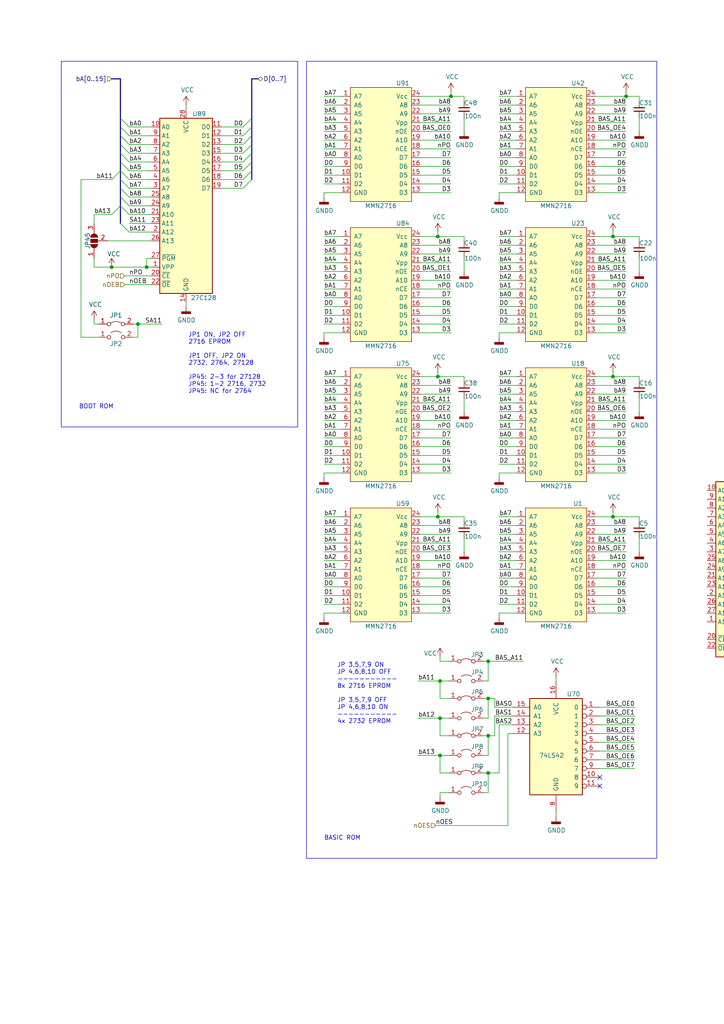
<source format=kicad_sch>
(kicad_sch (version 20230121) (generator eeschema)
  (paper "A4" portrait)
  (lib_symbols
    (symbol "74xx:74LS42" (pin_names (offset 1.016))
      (property "Reference" "U" (at -7.62 13.97 0))
      (property "Value" "74LS42" (at -7.62 -16.51 0))
      (symbol "74LS42_1_0"
        (pin output inverted (at 12.7 10.16 180) (length 5.08) (name "0") (number "1"))
        (pin output inverted (at 12.7 -10.16 180) (length 5.08) (name "8") (number "10"))
        (pin output inverted (at 12.7 -12.7 180) (length 5.08) (name "9") (number "11"))
        (pin input line (at -12.7 2.54 0) (length 5.08) (name "A3") (number "12"))
        (pin input line (at -12.7 5.08 0) (length 5.08) (name "A2") (number "13"))
        (pin input line (at -12.7 7.62 0) (length 5.08) (name "A1") (number "14"))
        (pin input line (at -12.7 10.16 0) (length 5.08) (name "A0") (number "15"))
        (pin power_in line (at 0 17.78 270) (length 5.08) (name "VCC") (number "16"))
        (pin output inverted (at 12.7 7.62 180) (length 5.08) (name "1") (number "2"))
        (pin output inverted (at 12.7 5.08 180) (length 5.08) (name "2") (number "3"))
        (pin output inverted (at 12.7 2.54 180) (length 5.08) (name "3") (number "4"))
        (pin output inverted (at 12.7 0 180) (length 5.08) (name "4") (number "5"))
        (pin output inverted (at 12.7 -2.54 180) (length 5.08) (name "5") (number "6"))
        (pin output inverted (at 12.7 -5.08 180) (length 5.08) (name "6") (number "7"))
        (pin power_in line (at 0 -20.32 90) (length 5.08) (name "GND") (number "8"))
        (pin output inverted (at 12.7 -7.62 180) (length 5.08) (name "7") (number "9"))
      )
    )
    (symbol "Device:C_Small" (pin_numbers hide) (pin_names (offset 0.254) hide)
      (property "Reference" "C" (at 0.254 1.778 0))
      (property "Value" "C_Small" (at 0.254 -2.032 0))
      (symbol "C_Small_1_1"
        (pin passive line (at 0 2.54 270) (length 2.032) (name "~") (number "1"))
        (pin passive line (at 0 -2.54 90) (length 2.032) (name "~") (number "2"))
      )
    )
    (symbol "Jumper:Jumper_2_Bridged" (pin_names (offset 0) hide)
      (property "Reference" "JP" (at 0 1.905 0))
      (property "Value" "Jumper_2_Bridged" (at 0 -2.54 0))
      (symbol "Jumper_2_Bridged_1_1"
        (pin passive line (at -5.08 0 0) (length 2.54) (name "A") (number "1"))
        (pin passive line (at 5.08 0 180) (length 2.54) (name "B") (number "2"))
      )
    )
    (symbol "Jumper:Jumper_2_Open" (pin_names (offset 0) hide)
      (property "Reference" "JP" (at 0 2.794 0))
      (property "Value" "Jumper_2_Open" (at 0 -2.286 0))
      (symbol "Jumper_2_Open_1_1"
        (pin passive line (at -5.08 0 0) (length 2.54) (name "A") (number "1"))
        (pin passive line (at 5.08 0 180) (length 2.54) (name "B") (number "2"))
      )
    )
    (symbol "Jumper:SolderJumper_3_Open" (pin_names (offset 0) hide)
      (property "Reference" "JP" (at -2.54 -2.54 0))
      (property "Value" "SolderJumper_3_Open" (at 0 2.794 0))
      (symbol "SolderJumper_3_Open_1_1"
        (pin passive line (at -5.08 0 0) (length 2.54) (name "A") (number "1"))
        (pin passive line (at 0 -3.81 90) (length 2.54) (name "C") (number "2"))
        (pin passive line (at 5.08 0 180) (length 2.54) (name "B") (number "3"))
      )
    )
    (symbol "Memory_EPROM:27C128"
      (property "Reference" "U" (at -7.62 26.67 0))
      (property "Value" "27C128" (at 2.54 -26.67 0))
      (symbol "27C128_1_1"
        (pin input line (at -10.16 -17.78 0) (length 2.54) (name "VPP") (number "1"))
        (pin input line (at -10.16 22.86 0) (length 2.54) (name "A0") (number "10"))
        (pin tri_state line (at 10.16 22.86 180) (length 2.54) (name "D0") (number "11"))
        (pin tri_state line (at 10.16 20.32 180) (length 2.54) (name "D1") (number "12"))
        (pin tri_state line (at 10.16 17.78 180) (length 2.54) (name "D2") (number "13"))
        (pin power_in line (at 0 -27.94 90) (length 2.54) (name "GND") (number "14"))
        (pin tri_state line (at 10.16 15.24 180) (length 2.54) (name "D3") (number "15"))
        (pin tri_state line (at 10.16 12.7 180) (length 2.54) (name "D4") (number "16"))
        (pin tri_state line (at 10.16 10.16 180) (length 2.54) (name "D5") (number "17"))
        (pin tri_state line (at 10.16 7.62 180) (length 2.54) (name "D6") (number "18"))
        (pin tri_state line (at 10.16 5.08 180) (length 2.54) (name "D7") (number "19"))
        (pin input line (at -10.16 -7.62 0) (length 2.54) (name "A12") (number "2"))
        (pin input line (at -10.16 -20.32 0) (length 2.54) (name "~{CE}") (number "20"))
        (pin input line (at -10.16 -2.54 0) (length 2.54) (name "A10") (number "21"))
        (pin input line (at -10.16 -22.86 0) (length 2.54) (name "~{OE}") (number "22"))
        (pin input line (at -10.16 -5.08 0) (length 2.54) (name "A11") (number "23"))
        (pin input line (at -10.16 0 0) (length 2.54) (name "A9") (number "24"))
        (pin input line (at -10.16 2.54 0) (length 2.54) (name "A8") (number "25"))
        (pin input line (at -10.16 -10.16 0) (length 2.54) (name "A13") (number "26"))
        (pin input line (at -10.16 -15.24 0) (length 2.54) (name "~{PGM}") (number "27"))
        (pin power_in line (at 0 27.94 270) (length 2.54) (name "VCC") (number "28"))
        (pin input line (at -10.16 5.08 0) (length 2.54) (name "A7") (number "3"))
        (pin input line (at -10.16 7.62 0) (length 2.54) (name "A6") (number "4"))
        (pin input line (at -10.16 10.16 0) (length 2.54) (name "A5") (number "5"))
        (pin input line (at -10.16 12.7 0) (length 2.54) (name "A4") (number "6"))
        (pin input line (at -10.16 15.24 0) (length 2.54) (name "A3") (number "7"))
        (pin input line (at -10.16 17.78 0) (length 2.54) (name "A2") (number "8"))
        (pin input line (at -10.16 20.32 0) (length 2.54) (name "A1") (number "9"))
      )
    )
    (symbol "Memory_EPROM:27C512"
      (property "Reference" "U" (at -7.62 26.67 0))
      (property "Value" "27C512" (at 2.54 -26.67 0))
      (symbol "27C512_1_1"
        (pin input line (at -10.16 -15.24 0) (length 2.54) (name "A15") (number "1"))
        (pin input line (at -10.16 22.86 0) (length 2.54) (name "A0") (number "10"))
        (pin tri_state line (at 10.16 22.86 180) (length 2.54) (name "D0") (number "11"))
        (pin tri_state line (at 10.16 20.32 180) (length 2.54) (name "D1") (number "12"))
        (pin tri_state line (at 10.16 17.78 180) (length 2.54) (name "D2") (number "13"))
        (pin power_in line (at 0 -27.94 90) (length 2.54) (name "GND") (number "14"))
        (pin tri_state line (at 10.16 15.24 180) (length 2.54) (name "D3") (number "15"))
        (pin tri_state line (at 10.16 12.7 180) (length 2.54) (name "D4") (number "16"))
        (pin tri_state line (at 10.16 10.16 180) (length 2.54) (name "D5") (number "17"))
        (pin tri_state line (at 10.16 7.62 180) (length 2.54) (name "D6") (number "18"))
        (pin tri_state line (at 10.16 5.08 180) (length 2.54) (name "D7") (number "19"))
        (pin input line (at -10.16 -7.62 0) (length 2.54) (name "A12") (number "2"))
        (pin input line (at -10.16 -20.32 0) (length 2.54) (name "~{CE}") (number "20"))
        (pin input line (at -10.16 -2.54 0) (length 2.54) (name "A10") (number "21"))
        (pin input line (at -10.16 -22.86 0) (length 2.54) (name "~{OE}") (number "22"))
        (pin input line (at -10.16 -5.08 0) (length 2.54) (name "A11") (number "23"))
        (pin input line (at -10.16 0 0) (length 2.54) (name "A9") (number "24"))
        (pin input line (at -10.16 2.54 0) (length 2.54) (name "A8") (number "25"))
        (pin input line (at -10.16 -10.16 0) (length 2.54) (name "A13") (number "26"))
        (pin input line (at -10.16 -12.7 0) (length 2.54) (name "A14") (number "27"))
        (pin power_in line (at 0 27.94 270) (length 2.54) (name "VCC") (number "28"))
        (pin input line (at -10.16 5.08 0) (length 2.54) (name "A7") (number "3"))
        (pin input line (at -10.16 7.62 0) (length 2.54) (name "A6") (number "4"))
        (pin input line (at -10.16 10.16 0) (length 2.54) (name "A5") (number "5"))
        (pin input line (at -10.16 12.7 0) (length 2.54) (name "A4") (number "6"))
        (pin input line (at -10.16 15.24 0) (length 2.54) (name "A3") (number "7"))
        (pin input line (at -10.16 17.78 0) (length 2.54) (name "A2") (number "8"))
        (pin input line (at -10.16 20.32 0) (length 2.54) (name "A1") (number "9"))
      )
    )
    (symbol "cobra_original:MMN2716" (pin_names (offset 1.016))
      (property "Reference" "U" (at 0 0 0))
      (property "Value" "MMN2716" (at 0 -2.54 0))
      (symbol "MMN2716_1_1"
        (pin input line (at -11.43 -6.35 0) (length 2.54) (name "A7") (number "1"))
        (pin bidirectional line (at -11.43 -29.21 0) (length 2.54) (name "D1") (number "10"))
        (pin bidirectional line (at -11.43 -31.75 0) (length 2.54) (name "D2") (number "11"))
        (pin passive line (at -11.43 -34.29 0) (length 2.54) (name "GND") (number "12"))
        (pin bidirectional line (at 11.43 -34.29 180) (length 2.54) (name "D3") (number "13"))
        (pin bidirectional line (at 11.43 -31.75 180) (length 2.54) (name "D4") (number "14"))
        (pin bidirectional line (at 11.43 -29.21 180) (length 2.54) (name "D5") (number "15"))
        (pin bidirectional line (at 11.43 -26.67 180) (length 2.54) (name "D6") (number "16"))
        (pin bidirectional line (at 11.43 -24.13 180) (length 2.54) (name "D7") (number "17"))
        (pin input line (at 11.43 -21.59 180) (length 2.54) (name "nCE") (number "18"))
        (pin input line (at 11.43 -19.05 180) (length 2.54) (name "A10") (number "19"))
        (pin input line (at -11.43 -8.89 0) (length 2.54) (name "A6") (number "2"))
        (pin input line (at 11.43 -16.51 180) (length 2.54) (name "nOE") (number "20"))
        (pin input line (at 11.43 -13.97 180) (length 2.54) (name "Vpp") (number "21"))
        (pin input line (at 11.43 -11.43 180) (length 2.54) (name "A9") (number "22"))
        (pin input line (at 11.43 -8.89 180) (length 2.54) (name "A8") (number "23"))
        (pin power_in line (at 11.43 -6.35 180) (length 2.54) (name "Vcc") (number "24"))
        (pin input line (at -11.43 -11.43 0) (length 2.54) (name "A5") (number "3"))
        (pin input line (at -11.43 -13.97 0) (length 2.54) (name "A4") (number "4"))
        (pin input line (at -11.43 -16.51 0) (length 2.54) (name "A3") (number "5"))
        (pin input line (at -11.43 -19.05 0) (length 2.54) (name "A2") (number "6"))
        (pin input line (at -11.43 -21.59 0) (length 2.54) (name "A1") (number "7"))
        (pin input line (at -11.43 -24.13 0) (length 2.54) (name "A0") (number "8"))
        (pin bidirectional line (at -11.43 -26.67 0) (length 2.54) (name "D0") (number "9"))
      )
    )
    (symbol "power:GNDD" (power) (pin_names (offset 0))
      (property "Value" "GNDD" (at 0 -3.175 0))
      (symbol "GNDD_1_1"
        (pin power_in line (at 0 0 270) (length 0) hide (name "GNDD") (number "1"))
      )
    )
    (symbol "power:VCC" (power) (pin_names (offset 0))
      (property "Value" "VCC" (at 0 3.81 0))
      (symbol "VCC_1_1"
        (pin power_in line (at 0 0 90) (length 0) hide (name "VCC") (number "1"))
      )
    )
  )
  (junction (at 177.8 149.86))
  (junction (at 32.385 77.47))
  (junction (at 127 149.86))
  (junction (at 127 109.22))
  (junction (at 127.635 219.075))
  (junction (at 141.605 202.565))
  (junction (at 141.605 213.36))
  (junction (at 127.635 208.28))
  (junction (at 42.545 77.47))
  (junction (at 127.635 197.485))
  (junction (at 40.005 93.98))
  (junction (at 130.81 27.94))
  (junction (at 177.8 109.22))
  (junction (at 177.8 68.58))
  (junction (at 141.605 191.77))
  (junction (at 127 68.58))
  (junction (at 141.605 224.155))
  (junction (at 181.61 27.94))
  (no_connect (at 173.99 227.965))
  (no_connect (at 173.99 225.425))
  (bus_entry (at 70.485 54.61) (size 2.54 -2.54))
  (bus_entry (at 34.925 52.07) (size 2.54 2.54))
  (bus_entry (at 34.925 57.15) (size 2.54 2.54))
  (bus_entry (at 34.925 46.99) (size 2.54 2.54))
  (bus_entry (at 70.485 39.37) (size 2.54 -2.54))
  (bus_entry (at 32.385 62.23) (size 2.54 -2.54))
  (bus_entry (at 34.925 64.77) (size 2.54 2.54))
  (bus_entry (at 34.925 44.45) (size 2.54 2.54))
  (bus_entry (at 34.925 54.61) (size 2.54 2.54))
  (bus_entry (at 70.485 36.83) (size 2.54 -2.54))
  (bus_entry (at 32.385 52.07) (size 2.54 -2.54))
  (bus_entry (at 70.485 46.99) (size 2.54 -2.54))
  (bus_entry (at 70.485 52.07) (size 2.54 -2.54))
  (bus_entry (at 34.925 59.69) (size 2.54 2.54))
  (bus_entry (at 70.485 44.45) (size 2.54 -2.54))
  (bus_entry (at 34.925 39.37) (size 2.54 2.54))
  (bus_entry (at 70.485 49.53) (size 2.54 -2.54))
  (bus_entry (at 70.485 41.91) (size 2.54 -2.54))
  (bus_entry (at 34.925 41.91) (size 2.54 2.54))
  (bus_entry (at 34.925 36.83) (size 2.54 2.54))
  (bus_entry (at 34.925 34.29) (size 2.54 2.54))
  (bus_entry (at 34.925 49.53) (size 2.54 2.54))
  (wire (pts (xy 172.72 53.34) (xy 181.61 53.34)))
  (wire (pts (xy 149.86 40.64) (xy 144.78 40.64)))
  (wire (pts (xy 181.61 111.76) (xy 172.72 111.76)))
  (wire (pts (xy 141.605 202.565) (xy 143.51 202.565)))
  (wire (pts (xy 181.61 172.72) (xy 172.72 172.72)))
  (wire (pts (xy 172.72 40.64) (xy 181.61 40.64)))
  (wire (pts (xy 185.42 109.22) (xy 185.42 110.49)))
  (bus (pts (xy 74.93 22.86) (xy 73.025 22.86)))
  (wire (pts (xy 130.81 86.36) (xy 121.92 86.36)))
  (wire (pts (xy 140.335 202.565) (xy 141.605 202.565)))
  (wire (pts (xy 181.61 93.98) (xy 172.72 93.98)))
  (wire (pts (xy 172.72 38.1) (xy 181.61 38.1)))
  (wire (pts (xy 144.78 138.43) (xy 144.78 137.16)))
  (wire (pts (xy 130.175 219.075) (xy 127.635 219.075)))
  (wire (pts (xy 181.61 170.18) (xy 172.72 170.18)))
  (wire (pts (xy 127.635 191.77) (xy 130.175 191.77)))
  (wire (pts (xy 149.86 116.84) (xy 144.78 116.84)))
  (wire (pts (xy 23.495 52.07) (xy 23.495 97.79)))
  (wire (pts (xy 149.86 121.92) (xy 144.78 121.92)))
  (wire (pts (xy 144.78 179.07) (xy 144.78 177.8)))
  (wire (pts (xy 149.86 73.66) (xy 144.78 73.66)))
  (wire (pts (xy 130.81 78.74) (xy 121.92 78.74)))
  (wire (pts (xy 177.8 149.86) (xy 185.42 149.86)))
  (bus (pts (xy 73.025 41.91) (xy 73.025 44.45)))
  (wire (pts (xy 134.62 27.94) (xy 130.81 27.94)))
  (wire (pts (xy 181.61 177.8) (xy 172.72 177.8)))
  (bus (pts (xy 34.925 54.61) (xy 34.925 52.07)))
  (bus (pts (xy 73.025 22.86) (xy 73.025 34.29)))
  (wire (pts (xy 130.81 93.98) (xy 121.92 93.98)))
  (wire (pts (xy 173.99 212.725) (xy 184.15 212.725)))
  (wire (pts (xy 99.06 73.66) (xy 93.98 73.66)))
  (bus (pts (xy 34.925 41.91) (xy 34.925 39.37)))
  (wire (pts (xy 149.86 149.86) (xy 144.78 149.86)))
  (wire (pts (xy 27.305 92.71) (xy 27.305 93.98)))
  (bus (pts (xy 73.025 46.99) (xy 73.025 49.53)))
  (wire (pts (xy 148.59 212.725) (xy 147.32 212.725)))
  (wire (pts (xy 185.42 156.21) (xy 185.42 160.02)))
  (wire (pts (xy 64.135 41.91) (xy 70.485 41.91)))
  (wire (pts (xy 93.98 138.43) (xy 93.98 137.16)))
  (wire (pts (xy 177.8 149.86) (xy 172.72 149.86)))
  (wire (pts (xy 99.06 91.44) (xy 93.98 91.44)))
  (wire (pts (xy 99.06 48.26) (xy 93.98 48.26)))
  (wire (pts (xy 127.635 202.565) (xy 130.175 202.565)))
  (wire (pts (xy 127.635 219.075) (xy 121.285 219.075)))
  (wire (pts (xy 99.06 121.92) (xy 93.98 121.92)))
  (wire (pts (xy 181.61 88.9) (xy 172.72 88.9)))
  (wire (pts (xy 149.86 165.1) (xy 144.78 165.1)))
  (wire (pts (xy 181.61 96.52) (xy 172.72 96.52)))
  (wire (pts (xy 64.135 36.83) (xy 70.485 36.83)))
  (wire (pts (xy 99.06 109.22) (xy 93.98 109.22)))
  (wire (pts (xy 130.81 27.94) (xy 130.81 26.67)))
  (wire (pts (xy 149.86 96.52) (xy 144.78 96.52)))
  (wire (pts (xy 99.06 83.82) (xy 93.98 83.82)))
  (wire (pts (xy 99.06 111.76) (xy 93.98 111.76)))
  (wire (pts (xy 99.06 27.94) (xy 93.98 27.94)))
  (wire (pts (xy 99.06 45.72) (xy 93.98 45.72)))
  (bus (pts (xy 73.025 44.45) (xy 73.025 46.99)))
  (wire (pts (xy 185.42 34.29) (xy 185.42 38.1)))
  (wire (pts (xy 127.635 208.28) (xy 127.635 213.36)))
  (wire (pts (xy 42.545 74.93) (xy 43.815 74.93)))
  (wire (pts (xy 130.175 197.485) (xy 127.635 197.485)))
  (wire (pts (xy 99.06 53.34) (xy 93.98 53.34)))
  (wire (pts (xy 181.61 154.94) (xy 172.72 154.94)))
  (wire (pts (xy 161.29 197.485) (xy 161.29 196.215)))
  (wire (pts (xy 140.335 229.87) (xy 141.605 229.87)))
  (wire (pts (xy 181.61 132.08) (xy 172.72 132.08)))
  (wire (pts (xy 99.06 134.62) (xy 93.98 134.62)))
  (wire (pts (xy 149.86 35.56) (xy 144.78 35.56)))
  (bus (pts (xy 34.925 39.37) (xy 34.925 36.83)))
  (wire (pts (xy 53.975 30.48) (xy 53.975 31.75)))
  (wire (pts (xy 177.8 109.22) (xy 172.72 109.22)))
  (wire (pts (xy 149.86 162.56) (xy 144.78 162.56)))
  (wire (pts (xy 99.06 177.8) (xy 93.98 177.8)))
  (wire (pts (xy 32.385 62.23) (xy 27.305 62.23)))
  (wire (pts (xy 31.115 69.85) (xy 43.815 69.85)))
  (wire (pts (xy 140.335 224.155) (xy 141.605 224.155)))
  (wire (pts (xy 149.86 93.98) (xy 144.78 93.98)))
  (wire (pts (xy 99.06 96.52) (xy 93.98 96.52)))
  (wire (pts (xy 173.99 222.885) (xy 184.15 222.885)))
  (wire (pts (xy 130.81 165.1) (xy 121.92 165.1)))
  (wire (pts (xy 130.81 71.12) (xy 121.92 71.12)))
  (wire (pts (xy 99.06 152.4) (xy 93.98 152.4)))
  (wire (pts (xy 149.86 152.4) (xy 144.78 152.4)))
  (wire (pts (xy 144.78 97.79) (xy 144.78 96.52)))
  (wire (pts (xy 38.735 93.98) (xy 40.005 93.98)))
  (wire (pts (xy 93.98 179.07) (xy 93.98 177.8)))
  (bus (pts (xy 34.925 36.83) (xy 34.925 34.29)))
  (wire (pts (xy 149.86 167.64) (xy 144.78 167.64)))
  (wire (pts (xy 173.99 207.645) (xy 184.15 207.645)))
  (wire (pts (xy 149.86 86.36) (xy 144.78 86.36)))
  (wire (pts (xy 99.06 50.8) (xy 93.98 50.8)))
  (wire (pts (xy 149.86 119.38) (xy 144.78 119.38)))
  (bus (pts (xy 34.925 44.45) (xy 34.925 41.91)))
  (wire (pts (xy 130.81 132.08) (xy 121.92 132.08)))
  (wire (pts (xy 121.92 27.94) (xy 130.81 27.94)))
  (wire (pts (xy 147.32 239.395) (xy 126.365 239.395)))
  (wire (pts (xy 99.06 175.26) (xy 93.98 175.26)))
  (wire (pts (xy 127.635 224.155) (xy 130.175 224.155)))
  (bus (pts (xy 34.925 52.07) (xy 34.925 49.53)))
  (wire (pts (xy 149.86 88.9) (xy 144.78 88.9)))
  (wire (pts (xy 32.385 52.07) (xy 23.495 52.07)))
  (wire (pts (xy 121.92 53.34) (xy 130.81 53.34)))
  (wire (pts (xy 181.61 116.84) (xy 172.72 116.84)))
  (wire (pts (xy 130.81 129.54) (xy 121.92 129.54)))
  (wire (pts (xy 99.06 167.64) (xy 93.98 167.64)))
  (wire (pts (xy 172.72 45.72) (xy 181.61 45.72)))
  (wire (pts (xy 181.61 73.66) (xy 172.72 73.66)))
  (wire (pts (xy 134.62 34.29) (xy 134.62 38.1)))
  (wire (pts (xy 149.86 91.44) (xy 144.78 91.44)))
  (wire (pts (xy 134.62 115.57) (xy 134.62 119.38)))
  (wire (pts (xy 99.06 93.98) (xy 93.98 93.98)))
  (wire (pts (xy 127 149.86) (xy 134.62 149.86)))
  (wire (pts (xy 64.135 44.45) (xy 70.485 44.45)))
  (wire (pts (xy 43.815 46.99) (xy 37.465 46.99)))
  (wire (pts (xy 181.61 83.82) (xy 172.72 83.82)))
  (wire (pts (xy 121.92 43.18) (xy 130.81 43.18)))
  (wire (pts (xy 121.92 30.48) (xy 130.81 30.48)))
  (wire (pts (xy 181.61 27.94) (xy 185.42 27.94)))
  (wire (pts (xy 149.86 55.88) (xy 144.78 55.88)))
  (wire (pts (xy 130.81 73.66) (xy 121.92 73.66)))
  (wire (pts (xy 177.8 109.22) (xy 177.8 107.95)))
  (wire (pts (xy 149.86 111.76) (xy 144.78 111.76)))
  (wire (pts (xy 134.62 74.93) (xy 134.62 78.74)))
  (wire (pts (xy 130.81 96.52) (xy 121.92 96.52)))
  (wire (pts (xy 127 68.58) (xy 134.62 68.58)))
  (wire (pts (xy 99.06 170.18) (xy 93.98 170.18)))
  (wire (pts (xy 99.06 149.86) (xy 93.98 149.86)))
  (wire (pts (xy 127.635 197.485) (xy 127.635 202.565)))
  (wire (pts (xy 23.495 97.79) (xy 28.575 97.79)))
  (wire (pts (xy 149.86 137.16) (xy 144.78 137.16)))
  (wire (pts (xy 181.61 121.92) (xy 172.72 121.92)))
  (wire (pts (xy 130.81 162.56) (xy 121.92 162.56)))
  (wire (pts (xy 130.175 208.28) (xy 127.635 208.28)))
  (wire (pts (xy 99.06 88.9) (xy 93.98 88.9)))
  (wire (pts (xy 43.815 67.31) (xy 37.465 67.31)))
  (wire (pts (xy 36.195 80.01) (xy 43.815 80.01)))
  (wire (pts (xy 181.61 124.46) (xy 172.72 124.46)))
  (wire (pts (xy 121.92 48.26) (xy 130.81 48.26)))
  (bus (pts (xy 34.925 49.53) (xy 34.925 46.99)))
  (wire (pts (xy 127 149.86) (xy 127 148.59)))
  (wire (pts (xy 130.81 152.4) (xy 121.92 152.4)))
  (wire (pts (xy 130.81 124.46) (xy 121.92 124.46)))
  (wire (pts (xy 40.005 97.79) (xy 40.005 93.98)))
  (wire (pts (xy 99.06 160.02) (xy 93.98 160.02)))
  (wire (pts (xy 99.06 76.2) (xy 93.98 76.2)))
  (wire (pts (xy 172.72 30.48) (xy 181.61 30.48)))
  (wire (pts (xy 172.72 48.26) (xy 181.61 48.26)))
  (wire (pts (xy 130.81 88.9) (xy 121.92 88.9)))
  (wire (pts (xy 127 109.22) (xy 121.92 109.22)))
  (wire (pts (xy 99.06 154.94) (xy 93.98 154.94)))
  (wire (pts (xy 185.42 74.93) (xy 185.42 78.74)))
  (wire (pts (xy 140.335 213.36) (xy 141.605 213.36)))
  (wire (pts (xy 99.06 38.1) (xy 93.98 38.1)))
  (wire (pts (xy 93.98 97.79) (xy 93.98 96.52)))
  (wire (pts (xy 149.86 129.54) (xy 144.78 129.54)))
  (wire (pts (xy 141.605 191.77) (xy 151.765 191.77)))
  (wire (pts (xy 181.61 175.26) (xy 172.72 175.26)))
  (wire (pts (xy 181.61 137.16) (xy 172.72 137.16)))
  (wire (pts (xy 43.815 59.69) (xy 37.465 59.69)))
  (wire (pts (xy 140.335 219.075) (xy 141.605 219.075)))
  (wire (pts (xy 181.61 114.3) (xy 172.72 114.3)))
  (wire (pts (xy 143.51 205.105) (xy 148.59 205.105)))
  (wire (pts (xy 149.86 154.94) (xy 144.78 154.94)))
  (bus (pts (xy 73.025 39.37) (xy 73.025 41.91)))
  (wire (pts (xy 149.86 81.28) (xy 144.78 81.28)))
  (wire (pts (xy 177.8 109.22) (xy 185.42 109.22)))
  (bus (pts (xy 34.925 46.99) (xy 34.925 44.45)))
  (wire (pts (xy 121.92 55.88) (xy 130.81 55.88)))
  (wire (pts (xy 149.86 170.18) (xy 144.78 170.18)))
  (wire (pts (xy 27.305 77.47) (xy 32.385 77.47)))
  (wire (pts (xy 127.635 219.075) (xy 127.635 224.155)))
  (wire (pts (xy 149.86 132.08) (xy 144.78 132.08)))
  (wire (pts (xy 149.86 172.72) (xy 144.78 172.72)))
  (wire (pts (xy 181.61 129.54) (xy 172.72 129.54)))
  (wire (pts (xy 130.81 81.28) (xy 121.92 81.28)))
  (wire (pts (xy 130.81 76.2) (xy 121.92 76.2)))
  (wire (pts (xy 37.465 64.77) (xy 43.815 64.77)))
  (wire (pts (xy 99.06 86.36) (xy 93.98 86.36)))
  (wire (pts (xy 147.32 212.725) (xy 147.32 239.395)))
  (wire (pts (xy 181.61 27.94) (xy 181.61 26.67)))
  (wire (pts (xy 149.86 71.12) (xy 144.78 71.12)))
  (wire (pts (xy 144.78 57.15) (xy 144.78 55.88)))
  (wire (pts (xy 127 68.58) (xy 127 67.31)))
  (wire (pts (xy 185.42 68.58) (xy 185.42 69.85)))
  (wire (pts (xy 43.815 57.15) (xy 37.465 57.15)))
  (wire (pts (xy 127.635 229.87) (xy 127.635 231.14)))
  (wire (pts (xy 149.86 114.3) (xy 144.78 114.3)))
  (wire (pts (xy 64.135 49.53) (xy 70.485 49.53)))
  (wire (pts (xy 130.81 175.26) (xy 121.92 175.26)))
  (wire (pts (xy 130.81 111.76) (xy 121.92 111.76)))
  (wire (pts (xy 121.92 45.72) (xy 130.81 45.72)))
  (wire (pts (xy 149.86 134.62) (xy 144.78 134.62)))
  (wire (pts (xy 181.61 119.38) (xy 172.72 119.38)))
  (wire (pts (xy 143.51 202.565) (xy 143.51 205.105)))
  (wire (pts (xy 141.605 224.155) (xy 144.78 224.155)))
  (wire (pts (xy 43.815 41.91) (xy 37.465 41.91)))
  (wire (pts (xy 99.06 129.54) (xy 93.98 129.54)))
  (wire (pts (xy 144.78 210.185) (xy 148.59 210.185)))
  (wire (pts (xy 134.62 149.86) (xy 134.62 151.13)))
  (wire (pts (xy 161.29 236.855) (xy 161.29 235.585)))
  (wire (pts (xy 141.605 191.77) (xy 140.335 191.77)))
  (wire (pts (xy 99.06 55.88) (xy 93.98 55.88)))
  (wire (pts (xy 149.86 160.02) (xy 144.78 160.02)))
  (wire (pts (xy 99.06 157.48) (xy 93.98 157.48)))
  (bus (pts (xy 73.025 49.53) (xy 73.025 52.07)))
  (wire (pts (xy 130.81 91.44) (xy 121.92 91.44)))
  (wire (pts (xy 36.195 82.55) (xy 43.815 82.55)))
  (wire (pts (xy 121.92 50.8) (xy 130.81 50.8)))
  (wire (pts (xy 121.92 35.56) (xy 130.81 35.56)))
  (wire (pts (xy 43.815 44.45) (xy 37.465 44.45)))
  (wire (pts (xy 149.86 33.02) (xy 144.78 33.02)))
  (wire (pts (xy 148.59 207.645) (xy 143.51 207.645)))
  (wire (pts (xy 149.86 177.8) (xy 144.78 177.8)))
  (wire (pts (xy 43.815 62.23) (xy 37.465 62.23)))
  (wire (pts (xy 130.81 119.38) (xy 121.92 119.38)))
  (wire (pts (xy 149.86 175.26) (xy 144.78 175.26)))
  (wire (pts (xy 149.86 83.82) (xy 144.78 83.82)))
  (wire (pts (xy 121.92 40.64) (xy 130.81 40.64)))
  (wire (pts (xy 42.545 77.47) (xy 43.815 77.47)))
  (wire (pts (xy 149.86 68.58) (xy 144.78 68.58)))
  (wire (pts (xy 27.305 62.23) (xy 27.305 64.77)))
  (wire (pts (xy 181.61 162.56) (xy 172.72 162.56)))
  (wire (pts (xy 130.81 167.64) (xy 121.92 167.64)))
  (wire (pts (xy 140.335 197.485) (xy 141.605 197.485)))
  (wire (pts (xy 181.61 78.74) (xy 172.72 78.74)))
  (wire (pts (xy 130.81 154.94) (xy 121.92 154.94)))
  (bus (pts (xy 73.025 34.29) (xy 73.025 36.83)))
  (bus (pts (xy 34.925 34.29) (xy 34.925 22.86)))
  (wire (pts (xy 181.61 91.44) (xy 172.72 91.44)))
  (wire (pts (xy 130.81 157.48) (xy 121.92 157.48)))
  (wire (pts (xy 130.81 177.8) (xy 121.92 177.8)))
  (wire (pts (xy 27.305 93.98) (xy 28.575 93.98)))
  (wire (pts (xy 149.86 53.34) (xy 144.78 53.34)))
  (wire (pts (xy 99.06 162.56) (xy 93.98 162.56)))
  (wire (pts (xy 134.62 68.58) (xy 134.62 69.85)))
  (wire (pts (xy 121.92 68.58) (xy 127 68.58)))
  (wire (pts (xy 43.815 36.83) (xy 37.465 36.83)))
  (wire (pts (xy 149.86 38.1) (xy 144.78 38.1)))
  (wire (pts (xy 149.86 48.26) (xy 144.78 48.26)))
  (wire (pts (xy 172.72 35.56) (xy 181.61 35.56)))
  (bus (pts (xy 34.925 64.77) (xy 34.925 59.69)))
  (wire (pts (xy 99.06 124.46) (xy 93.98 124.46)))
  (wire (pts (xy 64.135 52.07) (xy 70.485 52.07)))
  (wire (pts (xy 172.72 50.8) (xy 181.61 50.8)))
  (wire (pts (xy 99.06 81.28) (xy 93.98 81.28)))
  (wire (pts (xy 181.61 160.02) (xy 172.72 160.02)))
  (wire (pts (xy 141.605 208.28) (xy 141.605 202.565)))
  (wire (pts (xy 181.61 152.4) (xy 172.72 152.4)))
  (wire (pts (xy 130.81 116.84) (xy 121.92 116.84)))
  (wire (pts (xy 130.81 127) (xy 121.92 127)))
  (wire (pts (xy 127.635 213.36) (xy 130.175 213.36)))
  (wire (pts (xy 181.61 167.64) (xy 172.72 167.64)))
  (wire (pts (xy 141.605 213.36) (xy 143.51 213.36)))
  (wire (pts (xy 99.06 119.38) (xy 93.98 119.38)))
  (wire (pts (xy 99.06 35.56) (xy 93.98 35.56)))
  (wire (pts (xy 177.8 68.58) (xy 185.42 68.58)))
  (bus (pts (xy 34.925 57.15) (xy 34.925 54.61)))
  (wire (pts (xy 172.72 27.94) (xy 181.61 27.94)))
  (wire (pts (xy 130.81 137.16) (xy 121.92 137.16)))
  (wire (pts (xy 99.06 116.84) (xy 93.98 116.84)))
  (wire (pts (xy 141.605 229.87) (xy 141.605 224.155)))
  (wire (pts (xy 99.06 127) (xy 93.98 127)))
  (wire (pts (xy 185.42 27.94) (xy 185.42 29.21)))
  (wire (pts (xy 43.815 49.53) (xy 37.465 49.53)))
  (wire (pts (xy 181.61 165.1) (xy 172.72 165.1)))
  (wire (pts (xy 172.72 55.88) (xy 181.61 55.88)))
  (wire (pts (xy 43.815 39.37) (xy 37.465 39.37)))
  (wire (pts (xy 173.99 215.265) (xy 184.15 215.265)))
  (wire (pts (xy 134.62 109.22) (xy 134.62 110.49)))
  (wire (pts (xy 130.81 134.62) (xy 121.92 134.62)))
  (wire (pts (xy 185.42 149.86) (xy 185.42 151.13)))
  (wire (pts (xy 130.81 83.82) (xy 121.92 83.82)))
  (wire (pts (xy 121.92 33.02) (xy 130.81 33.02)))
  (wire (pts (xy 149.86 43.18) (xy 144.78 43.18)))
  (wire (pts (xy 149.86 127) (xy 144.78 127)))
  (wire (pts (xy 181.61 127) (xy 172.72 127)))
  (wire (pts (xy 99.06 172.72) (xy 93.98 172.72)))
  (wire (pts (xy 99.06 78.74) (xy 93.98 78.74)))
  (wire (pts (xy 127 149.86) (xy 121.92 149.86)))
  (wire (pts (xy 181.61 157.48) (xy 172.72 157.48)))
  (wire (pts (xy 130.81 172.72) (xy 121.92 172.72)))
  (bus (pts (xy 34.925 57.15) (xy 34.925 59.69)))
  (wire (pts (xy 181.61 134.62) (xy 172.72 134.62)))
  (wire (pts (xy 149.86 27.94) (xy 144.78 27.94)))
  (wire (pts (xy 127.635 190.5) (xy 127.635 191.77)))
  (wire (pts (xy 130.81 160.02) (xy 121.92 160.02)))
  (wire (pts (xy 173.99 220.345) (xy 184.15 220.345)))
  (wire (pts (xy 172.72 33.02) (xy 181.61 33.02)))
  (wire (pts (xy 40.005 93.98) (xy 46.99 93.98)))
  (wire (pts (xy 177.8 149.86) (xy 177.8 148.59)))
  (wire (pts (xy 42.545 74.93) (xy 42.545 77.47)))
  (wire (pts (xy 140.335 208.28) (xy 141.605 208.28)))
  (wire (pts (xy 181.61 86.36) (xy 172.72 86.36)))
  (wire (pts (xy 64.135 46.99) (xy 70.485 46.99)))
  (wire (pts (xy 173.99 210.185) (xy 184.15 210.185)))
  (wire (pts (xy 32.385 77.47) (xy 42.545 77.47)))
  (wire (pts (xy 181.61 71.12) (xy 172.72 71.12)))
  (wire (pts (xy 121.285 197.485) (xy 127.635 197.485)))
  (wire (pts (xy 99.06 68.58) (xy 93.98 68.58)))
  (wire (pts (xy 43.815 54.61) (xy 37.465 54.61)))
  (wire (pts (xy 149.86 50.8) (xy 144.78 50.8)))
  (wire (pts (xy 134.62 156.21) (xy 134.62 160.02)))
  (wire (pts (xy 134.62 27.94) (xy 134.62 29.21)))
  (wire (pts (xy 173.99 217.805) (xy 184.15 217.805)))
  (wire (pts (xy 27.305 74.93) (xy 27.305 77.47)))
  (wire (pts (xy 149.86 76.2) (xy 144.78 76.2)))
  (wire (pts (xy 144.78 224.155) (xy 144.78 210.185)))
  (wire (pts (xy 99.06 114.3) (xy 93.98 114.3)))
  (wire (pts (xy 130.81 114.3) (xy 121.92 114.3)))
  (wire (pts (xy 149.86 45.72) (xy 144.78 45.72)))
  (wire (pts (xy 149.86 109.22) (xy 144.78 109.22)))
  (wire (pts (xy 99.06 43.18) (xy 93.98 43.18)))
  (wire (pts (xy 99.06 30.48) (xy 93.98 30.48)))
  (wire (pts (xy 43.815 52.07) (xy 37.465 52.07)))
  (wire (pts (xy 149.86 78.74) (xy 144.78 78.74)))
  (wire (pts (xy 127 109.22) (xy 134.62 109.22)))
  (wire (pts (xy 185.42 115.57) (xy 185.42 119.38)))
  (wire (pts (xy 127 109.22) (xy 127 107.95)))
  (wire (pts (xy 99.06 40.64) (xy 93.98 40.64)))
  (wire (pts (xy 130.175 229.87) (xy 127.635 229.87)))
  (wire (pts (xy 99.06 33.02) (xy 93.98 33.02)))
  (wire (pts (xy 121.92 38.1) (xy 130.81 38.1)))
  (wire (pts (xy 53.975 88.9) (xy 53.975 87.63)))
  (wire (pts (xy 149.86 124.46) (xy 144.78 124.46)))
  (wire (pts (xy 99.06 71.12) (xy 93.98 71.12)))
  (wire (pts (xy 130.81 121.92) (xy 121.92 121.92)))
  (wire (pts (xy 177.8 68.58) (xy 177.8 67.31)))
  (wire (pts (xy 99.06 137.16) (xy 93.98 137.16)))
  (wire (pts (xy 149.86 30.48) (xy 144.78 30.48)))
  (wire (pts (xy 127.635 208.28) (xy 121.285 208.28)))
  (wire (pts (xy 38.735 97.79) (xy 40.005 97.79)))
  (wire (pts (xy 64.135 39.37) (xy 70.485 39.37)))
  (wire (pts (xy 149.86 157.48) (xy 144.78 157.48)))
  (wire (pts (xy 181.61 81.28) (xy 172.72 81.28)))
  (wire (pts (xy 99.06 165.1) (xy 93.98 165.1)))
  (wire (pts (xy 177.8 68.58) (xy 172.72 68.58)))
  (wire (pts (xy 99.06 132.08) (xy 93.98 132.08)))
  (wire (pts (xy 173.99 205.105) (xy 184.15 205.105)))
  (wire (pts (xy 64.135 54.61) (xy 70.485 54.61)))
  (wire (pts (xy 181.61 76.2) (xy 172.72 76.2)))
  (wire (pts (xy 93.98 57.15) (xy 93.98 55.88)))
  (wire (pts (xy 141.605 197.485) (xy 141.605 191.77)))
  (wire (pts (xy 172.72 43.18) (xy 181.61 43.18)))
  (bus (pts (xy 34.925 22.86) (xy 32.385 22.86)))
  (wire (pts (xy 141.605 219.075) (xy 141.605 213.36)))
  (bus (pts (xy 73.025 36.83) (xy 73.025 39.37)))
  (wire (pts (xy 143.51 207.645) (xy 143.51 213.36)))
  (wire (pts (xy 130.81 170.18) (xy 121.92 170.18)))
  (rectangle (start 17.78 17.78) (end 86.36 123.825))
  (rectangle (start 88.9 17.78) (end 190.5 248.92))
  (text "JP1 ON, JP2 OFF\n2716 EPROM\n\nJP1 OFF, JP2 ON\n2732, 2764, 27128 \n\nJP45: 2-3 for 27128\nJP45: 1-2 2716, 2732\nJP45: NC for 2764" (at 54.61 114.3 0) (effects (font (size 1.27 1.27)) (justify left bottom)))
  (text "JP 3,5,7,9 ON\nJP 4,6,8,10 OFF\n-----------\n8x 2716 EPROM\n\nJP 3,5,7,9 OFF\nJP 4,6,8,10 ON\n-----------\n4x 2732 EPROM\n\n" (at 97.79 212.09 0) (effects (font (size 1.27 1.27)) (justify left bottom)))
  (text "BOOT ROM" (at 22.86 118.745 0) (effects (font (size 1.27 1.27)) (justify left bottom)))
  (text "BASIC ROM" (at 93.98 243.84 0) (effects (font (size 1.27 1.27)) (justify left bottom)))
  (label "nPO" (at 130.81 124.46 180))
  (label "D5" (at 181.61 132.08 180))
  (label "bA12" (at 121.285 208.28 0))
  (label "D2" (at 93.98 53.34 0))
  (label "bA10" (at 130.81 40.64 180))
  (label "bA6" (at 144.78 30.48 0))
  (label "bA2" (at 93.98 121.92 0))
  (label "D7" (at 130.81 127 180))
  (label "bA3" (at 144.78 38.1 0))
  (label "D0" (at 93.98 129.54 0))
  (label "D4" (at 130.81 134.62 180))
  (label "bA2" (at 37.465 41.91 0))
  (label "bA10" (at 130.81 162.56 180))
  (label "BAS_OE4" (at 181.61 38.1 180))
  (label "bA2" (at 93.98 162.56 0))
  (label "bA0" (at 37.465 36.83 0))
  (label "bA7" (at 144.78 68.58 0))
  (label "bA3" (at 93.98 119.38 0))
  (label "D2" (at 93.98 134.62 0))
  (label "bA7" (at 93.98 68.58 0))
  (label "D0" (at 144.78 129.54 0))
  (label "bA4" (at 93.98 116.84 0))
  (label "D4" (at 181.61 93.98 180))
  (label "D4" (at 181.61 53.34 180))
  (label "bA13" (at 27.305 62.23 0))
  (label "D5" (at 130.81 132.08 180))
  (label "SA11" (at 46.99 93.98 180))
  (label "bA11" (at 121.285 197.485 0))
  (label "BAS_A11" (at 130.81 157.48 180))
  (label "D7" (at 181.61 86.36 180))
  (label "D2" (at 70.485 41.91 180))
  (label "D7" (at 130.81 167.64 180))
  (label "D3" (at 181.61 177.8 180))
  (label "bA10" (at 181.61 121.92 180))
  (label "bA6" (at 144.78 111.76 0))
  (label "bA2" (at 93.98 81.28 0))
  (label "bA8" (at 130.81 30.48 180))
  (label "bA8" (at 37.465 57.15 0))
  (label "bA4" (at 93.98 76.2 0))
  (label "bA3" (at 93.98 160.02 0))
  (label "bA4" (at 144.78 157.48 0))
  (label "bA9" (at 130.81 114.3 180))
  (label "bA12" (at 37.465 67.31 0))
  (label "bA1" (at 144.78 124.46 0))
  (label "bA6" (at 93.98 71.12 0))
  (label "bA5" (at 144.78 114.3 0))
  (label "D4" (at 181.61 175.26 180))
  (label "bA1" (at 93.98 165.1 0))
  (label "bA8" (at 181.61 71.12 180))
  (label "D3" (at 130.81 55.88 180))
  (label "nOEB" (at 37.465 82.55 0))
  (label "bA4" (at 37.465 46.99 0))
  (label "D6" (at 130.81 88.9 180))
  (label "D5" (at 130.81 50.8 180))
  (label "bA7" (at 93.98 109.22 0))
  (label "BAS_OE5" (at 181.61 78.74 180))
  (label "D2" (at 144.78 53.34 0))
  (label "bA8" (at 130.81 111.76 180))
  (label "bA1" (at 93.98 43.18 0))
  (label "bA10" (at 130.81 81.28 180))
  (label "bA9" (at 130.81 154.94 180))
  (label "bA5" (at 144.78 73.66 0))
  (label "D6" (at 181.61 88.9 180))
  (label "bA9" (at 181.61 114.3 180))
  (label "D4" (at 130.81 53.34 180))
  (label "bA1" (at 93.98 124.46 0))
  (label "D5" (at 130.81 172.72 180))
  (label "bA8" (at 130.81 71.12 180))
  (label "D3" (at 181.61 96.52 180))
  (label "D5" (at 181.61 50.8 180))
  (label "nPO" (at 130.81 165.1 180))
  (label "D3" (at 130.81 96.52 180))
  (label "bA0" (at 144.78 45.72 0))
  (label "D6" (at 70.485 52.07 180))
  (label "D6" (at 130.81 48.26 180))
  (label "SA11" (at 37.465 64.77 0))
  (label "nOES" (at 126.365 239.395 0))
  (label "bA4" (at 93.98 35.56 0))
  (label "bA13" (at 121.285 219.075 0))
  (label "bA2" (at 144.78 121.92 0))
  (label "D6" (at 130.81 129.54 180))
  (label "BAS0" (at 148.59 205.105 180))
  (label "bA11" (at 27.94 52.07 0))
  (label "D1" (at 144.78 91.44 0))
  (label "bA2" (at 144.78 40.64 0))
  (label "D0" (at 144.78 48.26 0))
  (label "D2" (at 93.98 93.98 0))
  (label "BAS_A11" (at 181.61 35.56 180))
  (label "bA2" (at 144.78 81.28 0))
  (label "bA6" (at 93.98 111.76 0))
  (label "BAS_OE4" (at 184.15 215.265 180))
  (label "D0" (at 144.78 170.18 0))
  (label "D4" (at 130.81 93.98 180))
  (label "bA9" (at 181.61 154.94 180))
  (label "D5" (at 181.61 172.72 180))
  (label "nPO" (at 130.81 83.82 180))
  (label "D5" (at 130.81 91.44 180))
  (label "bA9" (at 130.81 73.66 180))
  (label "bA8" (at 181.61 152.4 180))
  (label "bA4" (at 144.78 116.84 0))
  (label "bA4" (at 93.98 157.48 0))
  (label "D2" (at 93.98 175.26 0))
  (label "bA1" (at 144.78 165.1 0))
  (label "D1" (at 144.78 50.8 0))
  (label "bA6" (at 144.78 152.4 0))
  (label "D1" (at 70.485 39.37 180))
  (label "D0" (at 70.485 36.83 180))
  (label "bA8" (at 130.81 152.4 180))
  (label "bA7" (at 144.78 27.94 0))
  (label "BAS_OE7" (at 184.15 222.885 180))
  (label "bA10" (at 181.61 40.64 180))
  (label "bA0" (at 144.78 127 0))
  (label "D7" (at 130.81 45.72 180))
  (label "D6" (at 181.61 129.54 180))
  (label "bA10" (at 181.61 162.56 180))
  (label "D7" (at 181.61 45.72 180))
  (label "bA6" (at 144.78 71.12 0))
  (label "D0" (at 93.98 88.9 0))
  (label "bA3" (at 93.98 38.1 0))
  (label "bA3" (at 144.78 119.38 0))
  (label "BAS_A11" (at 181.61 116.84 180))
  (label "D4" (at 181.61 134.62 180))
  (label "D1" (at 93.98 91.44 0))
  (label "D1" (at 144.78 132.08 0))
  (label "BAS1" (at 148.59 207.645 180))
  (label "BAS_OE1" (at 130.81 78.74 180))
  (label "D0" (at 93.98 48.26 0))
  (label "bA1" (at 144.78 83.82 0))
  (label "bA6" (at 37.465 52.07 0))
  (label "BAS_OE7" (at 181.61 160.02 180))
  (label "BAS_A11" (at 181.61 157.48 180))
  (label "bA10" (at 181.61 81.28 180))
  (label "D3" (at 70.485 44.45 180))
  (label "D0" (at 93.98 170.18 0))
  (label "bA5" (at 93.98 33.02 0))
  (label "nPO" (at 181.61 83.82 180))
  (label "bA7" (at 93.98 149.86 0))
  (label "bA7" (at 37.465 54.61 0))
  (label "D6" (at 130.81 170.18 180))
  (label "bA10" (at 37.465 62.23 0))
  (label "BAS_A11" (at 130.81 76.2 180))
  (label "BAS_OE5" (at 184.15 217.805 180))
  (label "BAS_OE3" (at 130.81 160.02 180))
  (label "bA7" (at 144.78 149.86 0))
  (label "nPO" (at 130.81 43.18 180))
  (label "bA3" (at 37.465 44.45 0))
  (label "D7" (at 181.61 167.64 180))
  (label "bA6" (at 93.98 152.4 0))
  (label "BAS_OE2" (at 130.81 119.38 180))
  (label "bA5" (at 37.465 49.53 0))
  (label "bA7" (at 144.78 109.22 0))
  (label "bA5" (at 144.78 154.94 0))
  (label "bA8" (at 181.61 30.48 180))
  (label "bA7" (at 93.98 27.94 0))
  (label "BAS_OE0" (at 130.81 38.1 180))
  (label "BAS_A11" (at 130.81 116.84 180))
  (label "nPO" (at 181.61 124.46 180))
  (label "bA1" (at 37.465 39.37 0))
  (label "D6" (at 181.61 170.18 180))
  (label "nPO" (at 181.61 165.1 180))
  (label "bA3" (at 144.78 160.02 0))
  (label "bA1" (at 93.98 83.82 0))
  (label "D3" (at 181.61 55.88 180))
  (label "bA9" (at 181.61 33.02 180))
  (label "D3" (at 181.61 137.16 180))
  (label "bA1" (at 144.78 43.18 0))
  (label "D6" (at 181.61 48.26 180))
  (label "D3" (at 130.81 137.16 180))
  (label "bA8" (at 181.61 111.76 180))
  (label "D7" (at 181.61 127 180))
  (label "bA5" (at 93.98 114.3 0))
  (label "bA9" (at 181.61 73.66 180))
  (label "bA3" (at 93.98 78.74 0))
  (label "bA0" (at 93.98 45.72 0))
  (label "BAS_OE2" (at 184.15 210.185 180))
  (label "bA0" (at 93.98 86.36 0))
  (label "D4" (at 70.485 46.99 180))
  (label "BAS_OE6" (at 181.61 119.38 180))
  (label "bA3" (at 144.78 78.74 0))
  (label "BAS_A11" (at 130.81 35.56 180))
  (label "BAS_OE1" (at 184.15 207.645 180))
  (label "D2" (at 144.78 175.26 0))
  (label "bA9" (at 130.81 33.02 180))
  (label "BAS_A11" (at 151.765 191.77 180))
  (label "BAS2" (at 148.59 210.185 180))
  (label "D1" (at 144.78 172.72 0))
  (label "D2" (at 144.78 134.62 0))
  (label "D7" (at 70.485 54.61 180))
  (label "BAS_A11" (at 181.61 76.2 180))
  (label "D5" (at 181.61 91.44 180))
  (label "bA5" (at 144.78 33.02 0))
  (label "nPO" (at 37.465 80.01 0))
  (label "BAS_OE6" (at 184.15 220.345 180))
  (label "bA5" (at 93.98 154.94 0))
  (label "BAS_OE3" (at 184.15 212.725 180))
  (label "D1" (at 93.98 172.72 0))
  (label "bA6" (at 93.98 30.48 0))
  (label "bA0" (at 93.98 167.64 0))
  (label "bA9" (at 37.465 59.69 0))
  (label "bA0" (at 93.98 127 0))
  (label "nPO" (at 181.61 43.18 180))
  (label "D4" (at 130.81 175.26 180))
  (label "BAS_OE0" (at 184.15 205.105 180))
  (label "D2" (at 144.78 93.98 0))
  (label "bA0" (at 144.78 86.36 0))
  (label "D3" (at 130.81 177.8 180))
  (label "D0" (at 144.78 88.9 0))
  (label "D1" (at 93.98 132.08 0))
  (label "bA2" (at 144.78 162.56 0))
  (label "D7" (at 130.81 86.36 180))
  (label "bA0" (at 144.78 167.64 0))
  (label "D1" (at 93.98 50.8 0))
  (label "D5" (at 70.485 49.53 180))
  (label "bA10" (at 130.81 121.92 180))
  (label "bA4" (at 144.78 35.56 0))
  (label "bA4" (at 144.78 76.2 0))
  (label "bA2" (at 93.98 40.64 0))
  (label "bA5" (at 93.98 73.66 0))
  (hierarchical_label "nOES" (shape input) (at 126.365 239.395 180))
  (hierarchical_label "bA[0..15]" (shape input) (at 32.385 22.86 180))
  (hierarchical_label "nPO" (shape input) (at 36.195 80.01 180))
  (hierarchical_label "D[0..7]" (shape bidirectional) (at 74.93 22.86 0))
  (hierarchical_label "nOEB" (shape input) (at 36.195 82.55 180))
  (symbol (lib_id "power:VCC") (at 32.385 77.47 0) (unit 1)
    (property "Reference" "#PWR0411" (effects hide))
    (property "Value" "VCC" (at 33.02 73.66 0))
  )
  (symbol (lib_id "power:VCC") (at 27.305 92.71 0) (unit 1)
    (property "Reference" "#PWR0140" (effects hide))
    (property "Value" "VCC" (at 27.686 88.3158 0))
  )
  (symbol (lib_id "cobra_original:MMN2716") (at 110.49 21.59 0) (unit 1)
    (property "Reference" "U91" (at 116.84 24.13 0))
    (property "Value" "MMN2716" (at 110.49 59.69 0))
    (property "Footprint" "Cobra_original:DIP-24_W15.24mm" (effects hide))
  )
  (symbol (lib_id "cobra_original:MMN2716") (at 110.49 62.23 0) (unit 1)
    (property "Reference" "U84" (at 116.84 64.77 0))
    (property "Value" "MMN2716" (at 110.49 100.33 0))
    (property "Footprint" "Cobra_original:DIP-24_W15.24mm" (effects hide))
  )
  (symbol (lib_id "cobra_original:MMN2716") (at 110.49 102.87 0) (unit 1)
    (property "Reference" "U75" (at 116.84 105.41 0))
    (property "Value" "MMN2716" (at 110.49 140.97 0))
    (property "Footprint" "Cobra_original:DIP-24_W15.24mm" (effects hide))
  )
  (symbol (lib_id "cobra_original:MMN2716") (at 110.49 143.51 0) (unit 1)
    (property "Reference" "U59" (at 116.84 146.05 0))
    (property "Value" "MMN2716" (at 110.49 181.61 0))
    (property "Footprint" "Cobra_original:DIP-24_W15.24mm" (effects hide))
  )
  (symbol (lib_id "cobra_original:MMN2716") (at 161.29 21.59 0) (unit 1)
    (property "Reference" "U42" (at 167.64 24.13 0))
    (property "Value" "MMN2716" (at 161.29 59.69 0))
    (property "Footprint" "Cobra_original:DIP-24_W15.24mm" (effects hide))
  )
  (symbol (lib_id "cobra_original:MMN2716") (at 161.29 62.23 0) (unit 1)
    (property "Reference" "U23" (at 167.64 64.77 0))
    (property "Value" "MMN2716" (at 161.29 100.33 0))
    (property "Footprint" "Cobra_original:DIP-24_W15.24mm" (effects hide))
  )
  (symbol (lib_id "cobra_original:MMN2716") (at 161.29 102.87 0) (unit 1)
    (property "Reference" "U18" (at 167.64 105.41 0))
    (property "Value" "MMN2716" (at 161.29 140.97 0))
    (property "Footprint" "Cobra_original:DIP-24_W15.24mm" (effects hide))
  )
  (symbol (lib_id "cobra_original:MMN2716") (at 161.29 143.51 0) (unit 1)
    (property "Reference" "U1" (at 167.64 146.05 0))
    (property "Value" "MMN2716" (at 161.29 181.61 0))
    (property "Footprint" "Cobra_original:DIP-24_W15.24mm" (effects hide))
  )
  (symbol (lib_id "Jumper:Jumper_2_Bridged") (at 33.655 93.98 0) (unit 1)
    (property "Reference" "JP1" (at 33.655 91.44 0))
    (property "Value" "Jumper_NC_Small" (effects hide))
    (property "Footprint" "Resistor_THT:R_Axial_DIN0204_L3.6mm_D1.6mm_P7.62mm_Horizontal" (effects hide))
  )
  (symbol (lib_id "Jumper:Jumper_2_Open") (at 33.655 97.79 0) (unit 1)
    (property "Reference" "JP2" (at 33.655 99.695 0))
    (property "Value" "Jumper_NO_Small" (effects hide))
    (property "Footprint" "Resistor_THT:R_Axial_DIN0204_L3.6mm_D1.6mm_P7.62mm_Horizontal" (effects hide))
  )
  (symbol (lib_id "Jumper:Jumper_2_Bridged") (at 135.255 191.77 0) (unit 1)
    (property "Reference" "JP3" (at 138.43 189.865 0))
    (property "Value" "Jumper_NC_Small" (effects hide))
    (property "Footprint" "Resistor_THT:R_Axial_DIN0204_L3.6mm_D1.6mm_P7.62mm_Horizontal" (effects hide))
  )
  (symbol (lib_id "Jumper:Jumper_2_Open") (at 135.255 197.485 0) (unit 1)
    (property "Reference" "JP4" (at 138.43 194.945 0))
    (property "Value" "Jumper_NO_Small" (effects hide))
    (property "Footprint" "Resistor_THT:R_Axial_DIN0204_L3.6mm_D1.6mm_P7.62mm_Horizontal" (effects hide))
  )
  (symbol (lib_id "Jumper:Jumper_2_Bridged") (at 135.255 202.565 0) (unit 1)
    (property "Reference" "JP5" (at 138.43 200.66 0))
    (property "Value" "Jumper_NC_Small" (effects hide))
    (property "Footprint" "Resistor_THT:R_Axial_DIN0204_L3.6mm_D1.6mm_P7.62mm_Horizontal" (effects hide))
  )
  (symbol (lib_id "Jumper:Jumper_2_Open") (at 135.255 208.28 0) (unit 1)
    (property "Reference" "JP6" (at 138.43 205.74 0))
    (property "Value" "Jumper_NO_Small" (effects hide))
    (property "Footprint" "Resistor_THT:R_Axial_DIN0204_L3.6mm_D1.6mm_P7.62mm_Horizontal" (effects hide))
  )
  (symbol (lib_id "Jumper:Jumper_2_Bridged") (at 135.255 213.36 0) (unit 1)
    (property "Reference" "JP7" (at 138.43 211.455 0))
    (property "Value" "Jumper_NC_Small" (effects hide))
    (property "Footprint" "Resistor_THT:R_Axial_DIN0204_L3.6mm_D1.6mm_P7.62mm_Horizontal" (effects hide))
  )
  (symbol (lib_id "Jumper:Jumper_2_Open") (at 135.255 219.075 0) (unit 1)
    (property "Reference" "JP8" (at 138.43 216.535 0))
    (property "Value" "Jumper_NO_Small" (effects hide))
    (property "Footprint" "Resistor_THT:R_Axial_DIN0204_L3.6mm_D1.6mm_P7.62mm_Horizontal" (effects hide))
  )
  (symbol (lib_id "Jumper:Jumper_2_Bridged") (at 135.255 224.155 0) (unit 1)
    (property "Reference" "JP9" (at 138.43 222.25 0))
    (property "Value" "Jumper_NC_Small" (effects hide))
    (property "Footprint" "Resistor_THT:R_Axial_DIN0204_L3.6mm_D1.6mm_P7.62mm_Horizontal" (effects hide))
  )
  (symbol (lib_id "Jumper:Jumper_2_Open") (at 135.255 229.87 0) (unit 1)
    (property "Reference" "JP10" (at 139.065 227.33 0))
    (property "Value" "Jumper_NO_Small" (effects hide))
    (property "Footprint" "Resistor_THT:R_Axial_DIN0204_L3.6mm_D1.6mm_P7.62mm_Horizontal" (effects hide))
  )
  (symbol (lib_id "power:GNDD") (at 127.635 231.14 0) (unit 1)
    (property "Reference" "#PWR0141" (effects hide))
    (property "Value" "GNDD" (at 127.7366 235.077 0))
  )
  (symbol (lib_id "74xx:74LS42") (at 161.29 215.265 0) (unit 1)
    (property "Reference" "U70" (at 166.37 201.295 0))
    (property "Value" "74LS42" (at 160.02 219.075 0))
    (property "Footprint" "Cobra_original:DIP-16_W7.62mm" (effects hide))
    (property "Datasheet" "http://www.ti.com/lit/gpn/sn74LS42" (effects hide))
  )
  (symbol (lib_id "power:GNDD") (at 161.29 236.855 0) (unit 1)
    (property "Reference" "#PWR0142" (effects hide))
    (property "Value" "GNDD" (at 161.3916 240.792 0))
  )
  (symbol (lib_id "power:GNDD") (at 53.975 88.9 0) (unit 1)
    (property "Reference" "#PWR0152" (effects hide))
    (property "Value" "GNDD" (at 54.0766 92.837 0))
  )
  (symbol (lib_id "power:GNDD") (at 93.98 57.15 0) (unit 1)
    (property "Reference" "#PWR0153" (effects hide))
    (property "Value" "GNDD" (at 94.0816 61.087 0))
  )
  (symbol (lib_id "power:GNDD") (at 93.98 97.79 0) (unit 1)
    (property "Reference" "#PWR0154" (effects hide))
    (property "Value" "GNDD" (at 94.0816 101.727 0))
  )
  (symbol (lib_id "power:GNDD") (at 93.98 138.43 0) (unit 1)
    (property "Reference" "#PWR0155" (effects hide))
    (property "Value" "GNDD" (at 94.0816 142.367 0))
  )
  (symbol (lib_id "power:GNDD") (at 93.98 179.07 0) (unit 1)
    (property "Reference" "#PWR0156" (effects hide))
    (property "Value" "GNDD" (at 94.0816 183.007 0))
  )
  (symbol (lib_id "power:GNDD") (at 144.78 179.07 0) (unit 1)
    (property "Reference" "#PWR0157" (effects hide))
    (property "Value" "GNDD" (at 144.8816 183.007 0))
  )
  (symbol (lib_id "power:GNDD") (at 144.78 138.43 0) (unit 1)
    (property "Reference" "#PWR0158" (effects hide))
    (property "Value" "GNDD" (at 144.8816 142.367 0))
  )
  (symbol (lib_id "power:GNDD") (at 144.78 97.79 0) (unit 1)
    (property "Reference" "#PWR0159" (effects hide))
    (property "Value" "GNDD" (at 144.8816 101.727 0))
  )
  (symbol (lib_id "power:GNDD") (at 144.78 57.15 0) (unit 1)
    (property "Reference" "#PWR0160" (effects hide))
    (property "Value" "GNDD" (at 144.8816 61.087 0))
  )
  (symbol (lib_id "Device:C_Small") (at 134.62 31.75 180) (unit 1)
    (property "Reference" "C48" (at 136.525 29.845 0))
    (property "Value" "100n" (at 137.16 33.655 0))
    (property "Footprint" "Cobra_original:C_THT_508_254" (effects hide))
  )
  (symbol (lib_id "power:GNDD") (at 134.62 38.1 0) (unit 1)
    (property "Reference" "#PWR0161" (effects hide))
    (property "Value" "GNDD" (at 134.7216 42.037 0))
  )
  (symbol (lib_id "Device:C_Small") (at 134.62 72.39 180) (unit 1)
    (property "Reference" "C40" (at 136.525 70.485 0))
    (property "Value" "100n" (at 137.16 74.93 0))
    (property "Footprint" "Cobra_original:C_THT_508_254" (effects hide))
  )
  (symbol (lib_id "power:GNDD") (at 134.62 78.74 0) (unit 1)
    (property "Reference" "#PWR0162" (effects hide))
    (property "Value" "GNDD" (at 134.7216 82.677 0))
  )
  (symbol (lib_id "Device:C_Small") (at 134.62 113.03 180) (unit 1)
    (property "Reference" "C38" (at 136.525 111.125 0))
    (property "Value" "100n" (at 137.16 114.935 0))
    (property "Footprint" "Cobra_original:C_THT_508_254" (effects hide))
  )
  (symbol (lib_id "power:GNDD") (at 134.62 119.38 0) (unit 1)
    (property "Reference" "#PWR0164" (effects hide))
    (property "Value" "GNDD" (at 134.7216 123.317 0))
  )
  (symbol (lib_id "Device:C_Small") (at 134.62 153.67 180) (unit 1)
    (property "Reference" "C35" (at 136.525 151.765 0))
    (property "Value" "100n" (at 137.16 155.575 0))
    (property "Footprint" "Cobra_original:C_THT_508_254" (effects hide))
  )
  (symbol (lib_id "power:GNDD") (at 134.62 160.02 0) (unit 1)
    (property "Reference" "#PWR0165" (effects hide))
    (property "Value" "GNDD" (at 134.7216 163.957 0))
  )
  (symbol (lib_id "Device:C_Small") (at 185.42 153.67 180) (unit 1)
    (property "Reference" "C5" (at 186.69 151.765 0))
    (property "Value" "100n" (at 187.96 155.575 0))
    (property "Footprint" "Cobra_original:C_THT_508_254" (effects hide))
  )
  (symbol (lib_id "power:GNDD") (at 185.42 160.02 0) (unit 1)
    (property "Reference" "#PWR0167" (effects hide))
    (property "Value" "GNDD" (at 185.5216 163.957 0))
  )
  (symbol (lib_id "Device:C_Small") (at 185.42 113.03 180) (unit 1)
    (property "Reference" "C16" (at 187.325 111.125 0))
    (property "Value" "100n" (at 187.96 114.935 0))
    (property "Footprint" "Cobra_original:C_THT_508_254" (effects hide))
  )
  (symbol (lib_id "power:GNDD") (at 185.42 119.38 0) (unit 1)
    (property "Reference" "#PWR0168" (effects hide))
    (property "Value" "GNDD" (at 185.5216 123.317 0))
  )
  (symbol (lib_id "Device:C_Small") (at 185.42 72.39 180) (unit 1)
    (property "Reference" "C22" (at 187.325 70.485 0))
    (property "Value" "100n" (at 187.96 74.93 0))
    (property "Footprint" "Cobra_original:C_THT_508_254" (effects hide))
  )
  (symbol (lib_id "power:GNDD") (at 185.42 78.74 0) (unit 1)
    (property "Reference" "#PWR0169" (effects hide))
    (property "Value" "GNDD" (at 185.5216 82.677 0))
  )
  (symbol (lib_id "Device:C_Small") (at 185.42 31.75 180) (unit 1)
    (property "Reference" "C31" (at 187.325 29.845 0))
    (property "Value" "100n" (at 187.96 33.655 0))
    (property "Footprint" "Cobra_original:C_THT_508_254" (effects hide))
  )
  (symbol (lib_id "power:GNDD") (at 185.42 38.1 0) (unit 1)
    (property "Reference" "#PWR0170" (effects hide))
    (property "Value" "GNDD" (at 185.5216 42.037 0))
  )
  (symbol (lib_id "Memory_EPROM:27C128") (at 53.975 59.69 0) (unit 1)
    (property "Reference" "U89" (at 57.785 33.02 0))
    (property "Value" "27C128" (at 59.055 86.36 0))
    (property "Footprint" "Package_DIP:DIP-28_W15.24mm" (effects hide))
    (property "Datasheet" "http://ww1.microchip.com/downloads/en/devicedoc/11003L.pdf" (effects hide))
  )
  (symbol (lib_id "power:VCC") (at 53.975 30.48 0) (unit 1)
    (property "Reference" "#PWR0143" (effects hide))
    (property "Value" "VCC" (at 54.356 26.0858 0))
  )
  (symbol (lib_id "power:VCC") (at 130.81 26.67 0) (unit 1)
    (property "Reference" "#PWR0144" (effects hide))
    (property "Value" "VCC" (at 131.191 22.2758 0))
  )
  (symbol (lib_id "power:VCC") (at 127 67.31 0) (unit 1)
    (property "Reference" "#PWR0145" (effects hide))
    (property "Value" "VCC" (at 127.381 62.9158 0))
  )
  (symbol (lib_id "power:VCC") (at 127 107.95 0) (unit 1)
    (property "Reference" "#PWR0146" (effects hide))
    (property "Value" "VCC" (at 127.381 103.5558 0))
  )
  (symbol (lib_id "power:VCC") (at 127 148.59 0) (unit 1)
    (property "Reference" "#PWR0147" (effects hide))
    (property "Value" "VCC" (at 127.381 144.1958 0))
  )
  (symbol (lib_id "power:VCC") (at 181.61 26.67 0) (unit 1)
    (property "Reference" "#PWR0148" (effects hide))
    (property "Value" "VCC" (at 181.991 22.2758 0))
  )
  (symbol (lib_id "power:VCC") (at 177.8 67.31 0) (unit 1)
    (property "Reference" "#PWR0149" (effects hide))
    (property "Value" "VCC" (at 178.181 62.9158 0))
  )
  (symbol (lib_id "power:VCC") (at 177.8 107.95 0) (unit 1)
    (property "Reference" "#PWR0150" (effects hide))
    (property "Value" "VCC" (at 178.181 103.5558 0))
  )
  (symbol (lib_id "power:VCC") (at 177.8 148.59 0) (unit 1)
    (property "Reference" "#PWR0151" (effects hide))
    (property "Value" "VCC" (at 178.181 144.1958 0))
  )
  (symbol (lib_id "power:VCC") (at 161.29 196.215 0) (unit 1)
    (property "Reference" "#PWR0163" (effects hide))
    (property "Value" "VCC" (at 161.671 191.8208 0))
  )
  (symbol (lib_id "Memory_EPROM:27C512") (at 215.265 165.1 0) (unit 1)
    (property "Reference" "U93" (at 217.4591 134.62 0) (effects (justify left)))
    (property "Value" "27C512" (at 217.4591 137.16 0) (effects (justify left)))
    (property "Footprint" "Package_DIP:DIP-28_W15.24mm" (effects hide))
    (property "Datasheet" "http://ww1.microchip.com/downloads/en/DeviceDoc/doc0015.pdf" (effects hide))
  )
  (symbol (lib_id "power:VCC") (at 127.635 190.5 0) (unit 1)
    (property "Reference" "#PWR079" (effects hide))
    (property "Value" "VCC" (at 124.841 189.484 0))
  )
  (symbol (lib_id "Jumper:SolderJumper_3_Open") (at 27.305 69.85 90) (unit 1)
    (property "Reference" "JP45" (at 25.4 69.85 0))
    (property "Value" "SolderJumper_3_Open" (effects hide))
    (property "Footprint" "Jumper:SolderJumper-3_P1.3mm_Open_Pad1.0x1.5mm" (effects hide))
  )
)
</source>
